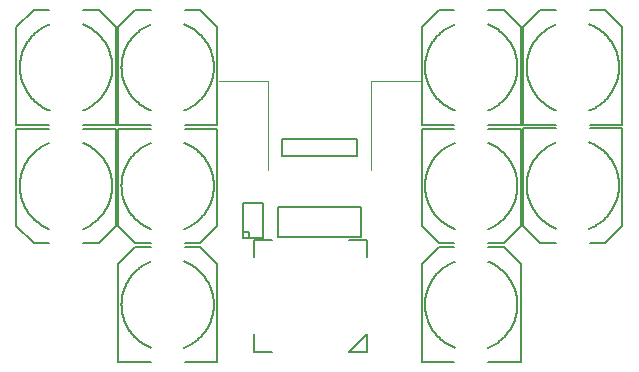
<source format=gbr>
G04 EAGLE Gerber RS-274X export*
G75*
%MOMM*%
%FSLAX34Y34*%
%LPD*%
%INSilkscreen Bottom*%
%IPPOS*%
%AMOC8*
5,1,8,0,0,1.08239X$1,22.5*%
G01*
%ADD10C,0.076200*%
%ADD11C,0.127000*%
%ADD12C,0.152400*%
%ADD13C,0.203200*%


D10*
X220409Y309245D02*
X261874Y309245D01*
X261874Y233934D01*
X349250Y309245D02*
X390716Y309245D01*
X349250Y309245D02*
X349250Y233934D01*
D11*
X345501Y95027D02*
X345501Y80027D01*
X330501Y80027D01*
X345501Y160027D02*
X345501Y175027D01*
X330501Y175027D01*
X265501Y175027D02*
X250501Y175027D01*
X250501Y160027D01*
X250501Y95027D02*
X250501Y80027D01*
X265501Y80027D01*
X330501Y80027D02*
X345501Y95027D01*
X257776Y176674D02*
X257776Y205674D01*
X240776Y205674D01*
X240776Y181674D01*
X240776Y176674D01*
X245776Y176674D01*
X257776Y176674D01*
X245776Y181674D02*
X240776Y181674D01*
X245776Y181674D02*
X245776Y176674D01*
D12*
X274033Y260406D02*
X337033Y260406D01*
X337033Y245406D02*
X274033Y245406D01*
X337033Y245406D02*
X337033Y260406D01*
X274033Y260406D02*
X274033Y245406D01*
X270096Y176914D02*
X341096Y176914D01*
X341096Y202914D02*
X270096Y202914D01*
X341096Y202914D02*
X341096Y176914D01*
X270096Y176914D02*
X270096Y202914D01*
D13*
X133059Y272302D02*
X133059Y354802D01*
X118559Y369302D02*
X105559Y369302D01*
X76559Y369302D02*
X63559Y369302D01*
X49059Y354802D02*
X49059Y272302D01*
X76559Y272302D01*
X105559Y272302D02*
X133059Y272302D01*
X133059Y354802D02*
X118559Y369302D01*
X63559Y369302D02*
X49059Y354802D01*
X105059Y357302D02*
X105943Y356951D01*
X106818Y356578D01*
X107684Y356184D01*
X108540Y355769D01*
X109386Y355333D01*
X110220Y354877D01*
X111044Y354401D01*
X111855Y353904D01*
X112655Y353389D01*
X113441Y352854D01*
X114214Y352299D01*
X114974Y351727D01*
X115719Y351136D01*
X116450Y350527D01*
X117166Y349900D01*
X117866Y349256D01*
X118551Y348595D01*
X119219Y347918D01*
X119870Y347225D01*
X120504Y346516D01*
X121121Y345792D01*
X121721Y345053D01*
X122302Y344300D01*
X122864Y343533D01*
X123408Y342752D01*
X123932Y341959D01*
X124437Y341153D01*
X124923Y340334D01*
X125388Y339505D01*
X125833Y338664D01*
X126257Y337813D01*
X126661Y336951D01*
X127043Y336080D01*
X127404Y335200D01*
X127744Y334311D01*
X128061Y333415D01*
X128357Y332511D01*
X128631Y331600D01*
X128883Y330682D01*
X129112Y329759D01*
X129319Y328830D01*
X129503Y327897D01*
X129664Y326960D01*
X129802Y326019D01*
X129918Y325074D01*
X130010Y324128D01*
X130080Y323179D01*
X130126Y322229D01*
X130149Y321278D01*
X130149Y320326D01*
X130126Y319375D01*
X130080Y318425D01*
X130010Y317476D01*
X129918Y316530D01*
X129802Y315585D01*
X129664Y314644D01*
X129503Y313707D01*
X129319Y312774D01*
X129112Y311845D01*
X128883Y310922D01*
X128631Y310004D01*
X128357Y309093D01*
X128061Y308189D01*
X127744Y307293D01*
X127404Y306404D01*
X127043Y305524D01*
X126661Y304653D01*
X126257Y303791D01*
X125833Y302940D01*
X125388Y302099D01*
X124923Y301270D01*
X124437Y300451D01*
X123932Y299645D01*
X123408Y298852D01*
X122864Y298071D01*
X122302Y297304D01*
X121721Y296551D01*
X121121Y295812D01*
X120504Y295088D01*
X119870Y294379D01*
X119219Y293686D01*
X118551Y293009D01*
X117866Y292348D01*
X117166Y291704D01*
X116450Y291077D01*
X115719Y290468D01*
X114974Y289877D01*
X114214Y289305D01*
X113441Y288750D01*
X112655Y288215D01*
X111855Y287700D01*
X111044Y287203D01*
X110220Y286727D01*
X109386Y286271D01*
X108540Y285835D01*
X107684Y285420D01*
X106818Y285026D01*
X105943Y284653D01*
X105059Y284302D01*
X77059Y284302D02*
X76175Y284653D01*
X75300Y285026D01*
X74434Y285420D01*
X73578Y285835D01*
X72732Y286271D01*
X71898Y286727D01*
X71074Y287203D01*
X70263Y287700D01*
X69463Y288215D01*
X68677Y288750D01*
X67904Y289305D01*
X67144Y289877D01*
X66399Y290468D01*
X65668Y291077D01*
X64952Y291704D01*
X64252Y292348D01*
X63567Y293009D01*
X62899Y293686D01*
X62248Y294379D01*
X61614Y295088D01*
X60997Y295812D01*
X60397Y296551D01*
X59816Y297304D01*
X59254Y298071D01*
X58710Y298852D01*
X58186Y299645D01*
X57681Y300451D01*
X57195Y301270D01*
X56730Y302099D01*
X56285Y302940D01*
X55861Y303791D01*
X55457Y304653D01*
X55075Y305524D01*
X54714Y306404D01*
X54374Y307293D01*
X54057Y308189D01*
X53761Y309093D01*
X53487Y310004D01*
X53235Y310922D01*
X53006Y311845D01*
X52799Y312774D01*
X52615Y313707D01*
X52454Y314644D01*
X52316Y315585D01*
X52200Y316530D01*
X52108Y317476D01*
X52038Y318425D01*
X51992Y319375D01*
X51969Y320326D01*
X51969Y321278D01*
X51992Y322229D01*
X52038Y323179D01*
X52108Y324128D01*
X52200Y325074D01*
X52316Y326019D01*
X52454Y326960D01*
X52615Y327897D01*
X52799Y328830D01*
X53006Y329759D01*
X53235Y330682D01*
X53487Y331600D01*
X53761Y332511D01*
X54057Y333415D01*
X54374Y334311D01*
X54714Y335200D01*
X55075Y336080D01*
X55457Y336951D01*
X55861Y337813D01*
X56285Y338664D01*
X56730Y339505D01*
X57195Y340334D01*
X57681Y341153D01*
X58186Y341959D01*
X58710Y342752D01*
X59254Y343533D01*
X59816Y344300D01*
X60397Y345053D01*
X60997Y345792D01*
X61614Y346516D01*
X62248Y347225D01*
X62899Y347918D01*
X63567Y348595D01*
X64252Y349256D01*
X64952Y349900D01*
X65668Y350527D01*
X66399Y351136D01*
X67144Y351727D01*
X67904Y352299D01*
X68677Y352854D01*
X69463Y353389D01*
X70263Y353904D01*
X71074Y354401D01*
X71898Y354877D01*
X72732Y355333D01*
X73578Y355769D01*
X74434Y356184D01*
X75300Y356578D01*
X76175Y356951D01*
X77059Y357302D01*
X562129Y354802D02*
X562129Y272302D01*
X547629Y369302D02*
X534629Y369302D01*
X505629Y369302D02*
X492629Y369302D01*
X478129Y354802D02*
X478129Y272302D01*
X505629Y272302D01*
X534629Y272302D02*
X562129Y272302D01*
X562129Y354802D02*
X547629Y369302D01*
X492629Y369302D02*
X478129Y354802D01*
X534128Y357302D02*
X535012Y356951D01*
X535887Y356578D01*
X536753Y356184D01*
X537609Y355769D01*
X538455Y355333D01*
X539289Y354877D01*
X540113Y354401D01*
X540924Y353904D01*
X541724Y353389D01*
X542510Y352854D01*
X543283Y352299D01*
X544043Y351727D01*
X544788Y351136D01*
X545519Y350527D01*
X546235Y349900D01*
X546935Y349256D01*
X547620Y348595D01*
X548288Y347918D01*
X548939Y347225D01*
X549573Y346516D01*
X550190Y345792D01*
X550790Y345053D01*
X551371Y344300D01*
X551933Y343533D01*
X552477Y342752D01*
X553001Y341959D01*
X553506Y341153D01*
X553992Y340334D01*
X554457Y339505D01*
X554902Y338664D01*
X555326Y337813D01*
X555730Y336951D01*
X556112Y336080D01*
X556473Y335200D01*
X556813Y334311D01*
X557130Y333415D01*
X557426Y332511D01*
X557700Y331600D01*
X557952Y330682D01*
X558181Y329759D01*
X558388Y328830D01*
X558572Y327897D01*
X558733Y326960D01*
X558871Y326019D01*
X558987Y325074D01*
X559079Y324128D01*
X559149Y323179D01*
X559195Y322229D01*
X559218Y321278D01*
X559218Y320326D01*
X559195Y319375D01*
X559149Y318425D01*
X559079Y317476D01*
X558987Y316530D01*
X558871Y315585D01*
X558733Y314644D01*
X558572Y313707D01*
X558388Y312774D01*
X558181Y311845D01*
X557952Y310922D01*
X557700Y310004D01*
X557426Y309093D01*
X557130Y308189D01*
X556813Y307293D01*
X556473Y306404D01*
X556112Y305524D01*
X555730Y304653D01*
X555326Y303791D01*
X554902Y302940D01*
X554457Y302099D01*
X553992Y301270D01*
X553506Y300451D01*
X553001Y299645D01*
X552477Y298852D01*
X551933Y298071D01*
X551371Y297304D01*
X550790Y296551D01*
X550190Y295812D01*
X549573Y295088D01*
X548939Y294379D01*
X548288Y293686D01*
X547620Y293009D01*
X546935Y292348D01*
X546235Y291704D01*
X545519Y291077D01*
X544788Y290468D01*
X544043Y289877D01*
X543283Y289305D01*
X542510Y288750D01*
X541724Y288215D01*
X540924Y287700D01*
X540113Y287203D01*
X539289Y286727D01*
X538455Y286271D01*
X537609Y285835D01*
X536753Y285420D01*
X535887Y285026D01*
X535012Y284653D01*
X534128Y284302D01*
X506129Y284302D02*
X505245Y284653D01*
X504370Y285026D01*
X503504Y285420D01*
X502648Y285835D01*
X501802Y286271D01*
X500968Y286727D01*
X500144Y287203D01*
X499333Y287700D01*
X498533Y288215D01*
X497747Y288750D01*
X496974Y289305D01*
X496214Y289877D01*
X495469Y290468D01*
X494738Y291077D01*
X494022Y291704D01*
X493322Y292348D01*
X492637Y293009D01*
X491969Y293686D01*
X491318Y294379D01*
X490684Y295088D01*
X490067Y295812D01*
X489467Y296551D01*
X488886Y297304D01*
X488324Y298071D01*
X487780Y298852D01*
X487256Y299645D01*
X486751Y300451D01*
X486265Y301270D01*
X485800Y302099D01*
X485355Y302940D01*
X484931Y303791D01*
X484527Y304653D01*
X484145Y305524D01*
X483784Y306404D01*
X483444Y307293D01*
X483127Y308189D01*
X482831Y309093D01*
X482557Y310004D01*
X482305Y310922D01*
X482076Y311845D01*
X481869Y312774D01*
X481685Y313707D01*
X481524Y314644D01*
X481386Y315585D01*
X481270Y316530D01*
X481178Y317476D01*
X481108Y318425D01*
X481062Y319375D01*
X481039Y320326D01*
X481039Y321278D01*
X481062Y322229D01*
X481108Y323179D01*
X481178Y324128D01*
X481270Y325074D01*
X481386Y326019D01*
X481524Y326960D01*
X481685Y327897D01*
X481869Y328830D01*
X482076Y329759D01*
X482305Y330682D01*
X482557Y331600D01*
X482831Y332511D01*
X483127Y333415D01*
X483444Y334311D01*
X483784Y335200D01*
X484145Y336080D01*
X484527Y336951D01*
X484931Y337813D01*
X485355Y338664D01*
X485800Y339505D01*
X486265Y340334D01*
X486751Y341153D01*
X487256Y341959D01*
X487780Y342752D01*
X488324Y343533D01*
X488886Y344300D01*
X489467Y345053D01*
X490067Y345792D01*
X490684Y346516D01*
X491318Y347225D01*
X491969Y347918D01*
X492637Y348595D01*
X493322Y349256D01*
X494022Y349900D01*
X494738Y350527D01*
X495469Y351136D01*
X496214Y351727D01*
X496974Y352299D01*
X497747Y352854D01*
X498533Y353389D01*
X499333Y353904D01*
X500144Y354401D01*
X500968Y354877D01*
X501802Y355333D01*
X502648Y355769D01*
X503504Y356184D01*
X504370Y356578D01*
X505245Y356951D01*
X506129Y357302D01*
X219038Y354802D02*
X219038Y272302D01*
X204538Y369302D02*
X191538Y369302D01*
X162538Y369302D02*
X149538Y369302D01*
X135038Y354802D02*
X135038Y272302D01*
X162538Y272302D01*
X191538Y272302D02*
X219038Y272302D01*
X219038Y354802D02*
X204538Y369302D01*
X149538Y369302D02*
X135038Y354802D01*
X191038Y357302D02*
X191922Y356951D01*
X192797Y356578D01*
X193663Y356184D01*
X194519Y355769D01*
X195365Y355333D01*
X196199Y354877D01*
X197023Y354401D01*
X197834Y353904D01*
X198634Y353389D01*
X199420Y352854D01*
X200193Y352299D01*
X200953Y351727D01*
X201698Y351136D01*
X202429Y350527D01*
X203145Y349900D01*
X203845Y349256D01*
X204530Y348595D01*
X205198Y347918D01*
X205849Y347225D01*
X206483Y346516D01*
X207100Y345792D01*
X207700Y345053D01*
X208281Y344300D01*
X208843Y343533D01*
X209387Y342752D01*
X209911Y341959D01*
X210416Y341153D01*
X210902Y340334D01*
X211367Y339505D01*
X211812Y338664D01*
X212236Y337813D01*
X212640Y336951D01*
X213022Y336080D01*
X213383Y335200D01*
X213723Y334311D01*
X214040Y333415D01*
X214336Y332511D01*
X214610Y331600D01*
X214862Y330682D01*
X215091Y329759D01*
X215298Y328830D01*
X215482Y327897D01*
X215643Y326960D01*
X215781Y326019D01*
X215897Y325074D01*
X215989Y324128D01*
X216059Y323179D01*
X216105Y322229D01*
X216128Y321278D01*
X216128Y320326D01*
X216105Y319375D01*
X216059Y318425D01*
X215989Y317476D01*
X215897Y316530D01*
X215781Y315585D01*
X215643Y314644D01*
X215482Y313707D01*
X215298Y312774D01*
X215091Y311845D01*
X214862Y310922D01*
X214610Y310004D01*
X214336Y309093D01*
X214040Y308189D01*
X213723Y307293D01*
X213383Y306404D01*
X213022Y305524D01*
X212640Y304653D01*
X212236Y303791D01*
X211812Y302940D01*
X211367Y302099D01*
X210902Y301270D01*
X210416Y300451D01*
X209911Y299645D01*
X209387Y298852D01*
X208843Y298071D01*
X208281Y297304D01*
X207700Y296551D01*
X207100Y295812D01*
X206483Y295088D01*
X205849Y294379D01*
X205198Y293686D01*
X204530Y293009D01*
X203845Y292348D01*
X203145Y291704D01*
X202429Y291077D01*
X201698Y290468D01*
X200953Y289877D01*
X200193Y289305D01*
X199420Y288750D01*
X198634Y288215D01*
X197834Y287700D01*
X197023Y287203D01*
X196199Y286727D01*
X195365Y286271D01*
X194519Y285835D01*
X193663Y285420D01*
X192797Y285026D01*
X191922Y284653D01*
X191038Y284302D01*
X163038Y284302D02*
X162154Y284653D01*
X161279Y285026D01*
X160413Y285420D01*
X159557Y285835D01*
X158711Y286271D01*
X157877Y286727D01*
X157053Y287203D01*
X156242Y287700D01*
X155442Y288215D01*
X154656Y288750D01*
X153883Y289305D01*
X153123Y289877D01*
X152378Y290468D01*
X151647Y291077D01*
X150931Y291704D01*
X150231Y292348D01*
X149546Y293009D01*
X148878Y293686D01*
X148227Y294379D01*
X147593Y295088D01*
X146976Y295812D01*
X146376Y296551D01*
X145795Y297304D01*
X145233Y298071D01*
X144689Y298852D01*
X144165Y299645D01*
X143660Y300451D01*
X143174Y301270D01*
X142709Y302099D01*
X142264Y302940D01*
X141840Y303791D01*
X141436Y304653D01*
X141054Y305524D01*
X140693Y306404D01*
X140353Y307293D01*
X140036Y308189D01*
X139740Y309093D01*
X139466Y310004D01*
X139214Y310922D01*
X138985Y311845D01*
X138778Y312774D01*
X138594Y313707D01*
X138433Y314644D01*
X138295Y315585D01*
X138179Y316530D01*
X138087Y317476D01*
X138017Y318425D01*
X137971Y319375D01*
X137948Y320326D01*
X137948Y321278D01*
X137971Y322229D01*
X138017Y323179D01*
X138087Y324128D01*
X138179Y325074D01*
X138295Y326019D01*
X138433Y326960D01*
X138594Y327897D01*
X138778Y328830D01*
X138985Y329759D01*
X139214Y330682D01*
X139466Y331600D01*
X139740Y332511D01*
X140036Y333415D01*
X140353Y334311D01*
X140693Y335200D01*
X141054Y336080D01*
X141436Y336951D01*
X141840Y337813D01*
X142264Y338664D01*
X142709Y339505D01*
X143174Y340334D01*
X143660Y341153D01*
X144165Y341959D01*
X144689Y342752D01*
X145233Y343533D01*
X145795Y344300D01*
X146376Y345053D01*
X146976Y345792D01*
X147593Y346516D01*
X148227Y347225D01*
X148878Y347918D01*
X149546Y348595D01*
X150231Y349256D01*
X150931Y349900D01*
X151647Y350527D01*
X152378Y351136D01*
X153123Y351727D01*
X153883Y352299D01*
X154656Y352854D01*
X155442Y353389D01*
X156242Y353904D01*
X157053Y354401D01*
X157877Y354877D01*
X158711Y355333D01*
X159557Y355769D01*
X160413Y356184D01*
X161279Y356578D01*
X162154Y356951D01*
X163038Y357302D01*
X476086Y354802D02*
X476086Y272302D01*
X461586Y369302D02*
X448586Y369302D01*
X419586Y369302D02*
X406586Y369302D01*
X392086Y354802D02*
X392086Y272302D01*
X419586Y272302D01*
X448586Y272302D02*
X476086Y272302D01*
X476086Y354802D02*
X461586Y369302D01*
X406586Y369302D02*
X392086Y354802D01*
X448086Y357302D02*
X448970Y356951D01*
X449845Y356578D01*
X450711Y356184D01*
X451567Y355769D01*
X452413Y355333D01*
X453247Y354877D01*
X454071Y354401D01*
X454882Y353904D01*
X455682Y353389D01*
X456468Y352854D01*
X457241Y352299D01*
X458001Y351727D01*
X458746Y351136D01*
X459477Y350527D01*
X460193Y349900D01*
X460893Y349256D01*
X461578Y348595D01*
X462246Y347918D01*
X462897Y347225D01*
X463531Y346516D01*
X464148Y345792D01*
X464748Y345053D01*
X465329Y344300D01*
X465891Y343533D01*
X466435Y342752D01*
X466959Y341959D01*
X467464Y341153D01*
X467950Y340334D01*
X468415Y339505D01*
X468860Y338664D01*
X469284Y337813D01*
X469688Y336951D01*
X470070Y336080D01*
X470431Y335200D01*
X470771Y334311D01*
X471088Y333415D01*
X471384Y332511D01*
X471658Y331600D01*
X471910Y330682D01*
X472139Y329759D01*
X472346Y328830D01*
X472530Y327897D01*
X472691Y326960D01*
X472829Y326019D01*
X472945Y325074D01*
X473037Y324128D01*
X473107Y323179D01*
X473153Y322229D01*
X473176Y321278D01*
X473176Y320326D01*
X473153Y319375D01*
X473107Y318425D01*
X473037Y317476D01*
X472945Y316530D01*
X472829Y315585D01*
X472691Y314644D01*
X472530Y313707D01*
X472346Y312774D01*
X472139Y311845D01*
X471910Y310922D01*
X471658Y310004D01*
X471384Y309093D01*
X471088Y308189D01*
X470771Y307293D01*
X470431Y306404D01*
X470070Y305524D01*
X469688Y304653D01*
X469284Y303791D01*
X468860Y302940D01*
X468415Y302099D01*
X467950Y301270D01*
X467464Y300451D01*
X466959Y299645D01*
X466435Y298852D01*
X465891Y298071D01*
X465329Y297304D01*
X464748Y296551D01*
X464148Y295812D01*
X463531Y295088D01*
X462897Y294379D01*
X462246Y293686D01*
X461578Y293009D01*
X460893Y292348D01*
X460193Y291704D01*
X459477Y291077D01*
X458746Y290468D01*
X458001Y289877D01*
X457241Y289305D01*
X456468Y288750D01*
X455682Y288215D01*
X454882Y287700D01*
X454071Y287203D01*
X453247Y286727D01*
X452413Y286271D01*
X451567Y285835D01*
X450711Y285420D01*
X449845Y285026D01*
X448970Y284653D01*
X448086Y284302D01*
X420086Y284302D02*
X419202Y284653D01*
X418327Y285026D01*
X417461Y285420D01*
X416605Y285835D01*
X415759Y286271D01*
X414925Y286727D01*
X414101Y287203D01*
X413290Y287700D01*
X412490Y288215D01*
X411704Y288750D01*
X410931Y289305D01*
X410171Y289877D01*
X409426Y290468D01*
X408695Y291077D01*
X407979Y291704D01*
X407279Y292348D01*
X406594Y293009D01*
X405926Y293686D01*
X405275Y294379D01*
X404641Y295088D01*
X404024Y295812D01*
X403424Y296551D01*
X402843Y297304D01*
X402281Y298071D01*
X401737Y298852D01*
X401213Y299645D01*
X400708Y300451D01*
X400222Y301270D01*
X399757Y302099D01*
X399312Y302940D01*
X398888Y303791D01*
X398484Y304653D01*
X398102Y305524D01*
X397741Y306404D01*
X397401Y307293D01*
X397084Y308189D01*
X396788Y309093D01*
X396514Y310004D01*
X396262Y310922D01*
X396033Y311845D01*
X395826Y312774D01*
X395642Y313707D01*
X395481Y314644D01*
X395343Y315585D01*
X395227Y316530D01*
X395135Y317476D01*
X395065Y318425D01*
X395019Y319375D01*
X394996Y320326D01*
X394996Y321278D01*
X395019Y322229D01*
X395065Y323179D01*
X395135Y324128D01*
X395227Y325074D01*
X395343Y326019D01*
X395481Y326960D01*
X395642Y327897D01*
X395826Y328830D01*
X396033Y329759D01*
X396262Y330682D01*
X396514Y331600D01*
X396788Y332511D01*
X397084Y333415D01*
X397401Y334311D01*
X397741Y335200D01*
X398102Y336080D01*
X398484Y336951D01*
X398888Y337813D01*
X399312Y338664D01*
X399757Y339505D01*
X400222Y340334D01*
X400708Y341153D01*
X401213Y341959D01*
X401737Y342752D01*
X402281Y343533D01*
X402843Y344300D01*
X403424Y345053D01*
X404024Y345792D01*
X404641Y346516D01*
X405275Y347225D01*
X405926Y347918D01*
X406594Y348595D01*
X407279Y349256D01*
X407979Y349900D01*
X408695Y350527D01*
X409426Y351136D01*
X410171Y351727D01*
X410931Y352299D01*
X411704Y352854D01*
X412490Y353389D01*
X413290Y353904D01*
X414101Y354401D01*
X414925Y354877D01*
X415759Y355333D01*
X416605Y355769D01*
X417461Y356184D01*
X418327Y356578D01*
X419202Y356951D01*
X420086Y357302D01*
X135038Y268909D02*
X135038Y186409D01*
X149538Y171909D02*
X162538Y171909D01*
X191538Y171909D02*
X204538Y171909D01*
X219038Y186409D02*
X219038Y268909D01*
X191538Y268909D01*
X162538Y268909D02*
X135038Y268909D01*
X135038Y186409D02*
X149538Y171909D01*
X204538Y171909D02*
X219038Y186409D01*
X163038Y183909D02*
X162154Y184260D01*
X161279Y184633D01*
X160413Y185027D01*
X159557Y185442D01*
X158711Y185878D01*
X157877Y186334D01*
X157053Y186810D01*
X156242Y187307D01*
X155442Y187822D01*
X154656Y188357D01*
X153883Y188912D01*
X153123Y189484D01*
X152378Y190075D01*
X151647Y190684D01*
X150931Y191311D01*
X150231Y191955D01*
X149546Y192616D01*
X148878Y193293D01*
X148227Y193986D01*
X147593Y194695D01*
X146976Y195419D01*
X146376Y196158D01*
X145795Y196911D01*
X145233Y197678D01*
X144689Y198459D01*
X144165Y199252D01*
X143660Y200058D01*
X143174Y200877D01*
X142709Y201706D01*
X142264Y202547D01*
X141840Y203398D01*
X141436Y204260D01*
X141054Y205131D01*
X140693Y206011D01*
X140353Y206900D01*
X140036Y207796D01*
X139740Y208700D01*
X139466Y209611D01*
X139214Y210529D01*
X138985Y211452D01*
X138778Y212381D01*
X138594Y213314D01*
X138433Y214251D01*
X138295Y215192D01*
X138179Y216137D01*
X138087Y217083D01*
X138017Y218032D01*
X137971Y218982D01*
X137948Y219933D01*
X137948Y220885D01*
X137971Y221836D01*
X138017Y222786D01*
X138087Y223735D01*
X138179Y224681D01*
X138295Y225626D01*
X138433Y226567D01*
X138594Y227504D01*
X138778Y228437D01*
X138985Y229366D01*
X139214Y230289D01*
X139466Y231207D01*
X139740Y232118D01*
X140036Y233022D01*
X140353Y233918D01*
X140693Y234807D01*
X141054Y235687D01*
X141436Y236558D01*
X141840Y237420D01*
X142264Y238271D01*
X142709Y239112D01*
X143174Y239941D01*
X143660Y240760D01*
X144165Y241566D01*
X144689Y242359D01*
X145233Y243140D01*
X145795Y243907D01*
X146376Y244660D01*
X146976Y245399D01*
X147593Y246123D01*
X148227Y246832D01*
X148878Y247525D01*
X149546Y248202D01*
X150231Y248863D01*
X150931Y249507D01*
X151647Y250134D01*
X152378Y250743D01*
X153123Y251334D01*
X153883Y251906D01*
X154656Y252461D01*
X155442Y252996D01*
X156242Y253511D01*
X157053Y254008D01*
X157877Y254484D01*
X158711Y254940D01*
X159557Y255376D01*
X160413Y255791D01*
X161279Y256185D01*
X162154Y256558D01*
X163038Y256909D01*
X191038Y256909D02*
X191922Y256558D01*
X192797Y256185D01*
X193663Y255791D01*
X194519Y255376D01*
X195365Y254940D01*
X196199Y254484D01*
X197023Y254008D01*
X197834Y253511D01*
X198634Y252996D01*
X199420Y252461D01*
X200193Y251906D01*
X200953Y251334D01*
X201698Y250743D01*
X202429Y250134D01*
X203145Y249507D01*
X203845Y248863D01*
X204530Y248202D01*
X205198Y247525D01*
X205849Y246832D01*
X206483Y246123D01*
X207100Y245399D01*
X207700Y244660D01*
X208281Y243907D01*
X208843Y243140D01*
X209387Y242359D01*
X209911Y241566D01*
X210416Y240760D01*
X210902Y239941D01*
X211367Y239112D01*
X211812Y238271D01*
X212236Y237420D01*
X212640Y236558D01*
X213022Y235687D01*
X213383Y234807D01*
X213723Y233918D01*
X214040Y233022D01*
X214336Y232118D01*
X214610Y231207D01*
X214862Y230289D01*
X215091Y229366D01*
X215298Y228437D01*
X215482Y227504D01*
X215643Y226567D01*
X215781Y225626D01*
X215897Y224681D01*
X215989Y223735D01*
X216059Y222786D01*
X216105Y221836D01*
X216128Y220885D01*
X216128Y219933D01*
X216105Y218982D01*
X216059Y218032D01*
X215989Y217083D01*
X215897Y216137D01*
X215781Y215192D01*
X215643Y214251D01*
X215482Y213314D01*
X215298Y212381D01*
X215091Y211452D01*
X214862Y210529D01*
X214610Y209611D01*
X214336Y208700D01*
X214040Y207796D01*
X213723Y206900D01*
X213383Y206011D01*
X213022Y205131D01*
X212640Y204260D01*
X212236Y203398D01*
X211812Y202547D01*
X211367Y201706D01*
X210902Y200877D01*
X210416Y200058D01*
X209911Y199252D01*
X209387Y198459D01*
X208843Y197678D01*
X208281Y196911D01*
X207700Y196158D01*
X207100Y195419D01*
X206483Y194695D01*
X205849Y193986D01*
X205198Y193293D01*
X204530Y192616D01*
X203845Y191955D01*
X203145Y191311D01*
X202429Y190684D01*
X201698Y190075D01*
X200953Y189484D01*
X200193Y188912D01*
X199420Y188357D01*
X198634Y187822D01*
X197834Y187307D01*
X197023Y186810D01*
X196199Y186334D01*
X195365Y185878D01*
X194519Y185442D01*
X193663Y185027D01*
X192797Y184633D01*
X191922Y184260D01*
X191038Y183909D01*
X392086Y186409D02*
X392086Y268909D01*
X406586Y171909D02*
X419586Y171909D01*
X448586Y171909D02*
X461586Y171909D01*
X476086Y186409D02*
X476086Y268909D01*
X448586Y268909D01*
X419586Y268909D02*
X392086Y268909D01*
X392086Y186409D02*
X406586Y171909D01*
X461586Y171909D02*
X476086Y186409D01*
X420086Y183909D02*
X419202Y184260D01*
X418327Y184633D01*
X417461Y185027D01*
X416605Y185442D01*
X415759Y185878D01*
X414925Y186334D01*
X414101Y186810D01*
X413290Y187307D01*
X412490Y187822D01*
X411704Y188357D01*
X410931Y188912D01*
X410171Y189484D01*
X409426Y190075D01*
X408695Y190684D01*
X407979Y191311D01*
X407279Y191955D01*
X406594Y192616D01*
X405926Y193293D01*
X405275Y193986D01*
X404641Y194695D01*
X404024Y195419D01*
X403424Y196158D01*
X402843Y196911D01*
X402281Y197678D01*
X401737Y198459D01*
X401213Y199252D01*
X400708Y200058D01*
X400222Y200877D01*
X399757Y201706D01*
X399312Y202547D01*
X398888Y203398D01*
X398484Y204260D01*
X398102Y205131D01*
X397741Y206011D01*
X397401Y206900D01*
X397084Y207796D01*
X396788Y208700D01*
X396514Y209611D01*
X396262Y210529D01*
X396033Y211452D01*
X395826Y212381D01*
X395642Y213314D01*
X395481Y214251D01*
X395343Y215192D01*
X395227Y216137D01*
X395135Y217083D01*
X395065Y218032D01*
X395019Y218982D01*
X394996Y219933D01*
X394996Y220885D01*
X395019Y221836D01*
X395065Y222786D01*
X395135Y223735D01*
X395227Y224681D01*
X395343Y225626D01*
X395481Y226567D01*
X395642Y227504D01*
X395826Y228437D01*
X396033Y229366D01*
X396262Y230289D01*
X396514Y231207D01*
X396788Y232118D01*
X397084Y233022D01*
X397401Y233918D01*
X397741Y234807D01*
X398102Y235687D01*
X398484Y236558D01*
X398888Y237420D01*
X399312Y238271D01*
X399757Y239112D01*
X400222Y239941D01*
X400708Y240760D01*
X401213Y241566D01*
X401737Y242359D01*
X402281Y243140D01*
X402843Y243907D01*
X403424Y244660D01*
X404024Y245399D01*
X404641Y246123D01*
X405275Y246832D01*
X405926Y247525D01*
X406594Y248202D01*
X407279Y248863D01*
X407979Y249507D01*
X408695Y250134D01*
X409426Y250743D01*
X410171Y251334D01*
X410931Y251906D01*
X411704Y252461D01*
X412490Y252996D01*
X413290Y253511D01*
X414101Y254008D01*
X414925Y254484D01*
X415759Y254940D01*
X416605Y255376D01*
X417461Y255791D01*
X418327Y256185D01*
X419202Y256558D01*
X420086Y256909D01*
X448086Y256909D02*
X448970Y256558D01*
X449845Y256185D01*
X450711Y255791D01*
X451567Y255376D01*
X452413Y254940D01*
X453247Y254484D01*
X454071Y254008D01*
X454882Y253511D01*
X455682Y252996D01*
X456468Y252461D01*
X457241Y251906D01*
X458001Y251334D01*
X458746Y250743D01*
X459477Y250134D01*
X460193Y249507D01*
X460893Y248863D01*
X461578Y248202D01*
X462246Y247525D01*
X462897Y246832D01*
X463531Y246123D01*
X464148Y245399D01*
X464748Y244660D01*
X465329Y243907D01*
X465891Y243140D01*
X466435Y242359D01*
X466959Y241566D01*
X467464Y240760D01*
X467950Y239941D01*
X468415Y239112D01*
X468860Y238271D01*
X469284Y237420D01*
X469688Y236558D01*
X470070Y235687D01*
X470431Y234807D01*
X470771Y233918D01*
X471088Y233022D01*
X471384Y232118D01*
X471658Y231207D01*
X471910Y230289D01*
X472139Y229366D01*
X472346Y228437D01*
X472530Y227504D01*
X472691Y226567D01*
X472829Y225626D01*
X472945Y224681D01*
X473037Y223735D01*
X473107Y222786D01*
X473153Y221836D01*
X473176Y220885D01*
X473176Y219933D01*
X473153Y218982D01*
X473107Y218032D01*
X473037Y217083D01*
X472945Y216137D01*
X472829Y215192D01*
X472691Y214251D01*
X472530Y213314D01*
X472346Y212381D01*
X472139Y211452D01*
X471910Y210529D01*
X471658Y209611D01*
X471384Y208700D01*
X471088Y207796D01*
X470771Y206900D01*
X470431Y206011D01*
X470070Y205131D01*
X469688Y204260D01*
X469284Y203398D01*
X468860Y202547D01*
X468415Y201706D01*
X467950Y200877D01*
X467464Y200058D01*
X466959Y199252D01*
X466435Y198459D01*
X465891Y197678D01*
X465329Y196911D01*
X464748Y196158D01*
X464148Y195419D01*
X463531Y194695D01*
X462897Y193986D01*
X462246Y193293D01*
X461578Y192616D01*
X460893Y191955D01*
X460193Y191311D01*
X459477Y190684D01*
X458746Y190075D01*
X458001Y189484D01*
X457241Y188912D01*
X456468Y188357D01*
X455682Y187822D01*
X454882Y187307D01*
X454071Y186810D01*
X453247Y186334D01*
X452413Y185878D01*
X451567Y185442D01*
X450711Y185027D01*
X449845Y184633D01*
X448970Y184260D01*
X448086Y183909D01*
X476086Y153888D02*
X476086Y71388D01*
X461586Y168388D02*
X448586Y168388D01*
X419586Y168388D02*
X406586Y168388D01*
X392086Y153888D02*
X392086Y71388D01*
X419586Y71388D01*
X448586Y71388D02*
X476086Y71388D01*
X476086Y153888D02*
X461586Y168388D01*
X406586Y168388D02*
X392086Y153888D01*
X448086Y156388D02*
X448970Y156037D01*
X449845Y155664D01*
X450711Y155270D01*
X451567Y154855D01*
X452413Y154419D01*
X453247Y153963D01*
X454071Y153487D01*
X454882Y152990D01*
X455682Y152475D01*
X456468Y151940D01*
X457241Y151385D01*
X458001Y150813D01*
X458746Y150222D01*
X459477Y149613D01*
X460193Y148986D01*
X460893Y148342D01*
X461578Y147681D01*
X462246Y147004D01*
X462897Y146311D01*
X463531Y145602D01*
X464148Y144878D01*
X464748Y144139D01*
X465329Y143386D01*
X465891Y142619D01*
X466435Y141838D01*
X466959Y141045D01*
X467464Y140239D01*
X467950Y139420D01*
X468415Y138591D01*
X468860Y137750D01*
X469284Y136899D01*
X469688Y136037D01*
X470070Y135166D01*
X470431Y134286D01*
X470771Y133397D01*
X471088Y132501D01*
X471384Y131597D01*
X471658Y130686D01*
X471910Y129768D01*
X472139Y128845D01*
X472346Y127916D01*
X472530Y126983D01*
X472691Y126046D01*
X472829Y125105D01*
X472945Y124160D01*
X473037Y123214D01*
X473107Y122265D01*
X473153Y121315D01*
X473176Y120364D01*
X473176Y119412D01*
X473153Y118461D01*
X473107Y117511D01*
X473037Y116562D01*
X472945Y115616D01*
X472829Y114671D01*
X472691Y113730D01*
X472530Y112793D01*
X472346Y111860D01*
X472139Y110931D01*
X471910Y110008D01*
X471658Y109090D01*
X471384Y108179D01*
X471088Y107275D01*
X470771Y106379D01*
X470431Y105490D01*
X470070Y104610D01*
X469688Y103739D01*
X469284Y102877D01*
X468860Y102026D01*
X468415Y101185D01*
X467950Y100356D01*
X467464Y99537D01*
X466959Y98731D01*
X466435Y97938D01*
X465891Y97157D01*
X465329Y96390D01*
X464748Y95637D01*
X464148Y94898D01*
X463531Y94174D01*
X462897Y93465D01*
X462246Y92772D01*
X461578Y92095D01*
X460893Y91434D01*
X460193Y90790D01*
X459477Y90163D01*
X458746Y89554D01*
X458001Y88963D01*
X457241Y88391D01*
X456468Y87836D01*
X455682Y87301D01*
X454882Y86786D01*
X454071Y86289D01*
X453247Y85813D01*
X452413Y85357D01*
X451567Y84921D01*
X450711Y84506D01*
X449845Y84112D01*
X448970Y83739D01*
X448086Y83388D01*
X420086Y83388D02*
X419202Y83739D01*
X418327Y84112D01*
X417461Y84506D01*
X416605Y84921D01*
X415759Y85357D01*
X414925Y85813D01*
X414101Y86289D01*
X413290Y86786D01*
X412490Y87301D01*
X411704Y87836D01*
X410931Y88391D01*
X410171Y88963D01*
X409426Y89554D01*
X408695Y90163D01*
X407979Y90790D01*
X407279Y91434D01*
X406594Y92095D01*
X405926Y92772D01*
X405275Y93465D01*
X404641Y94174D01*
X404024Y94898D01*
X403424Y95637D01*
X402843Y96390D01*
X402281Y97157D01*
X401737Y97938D01*
X401213Y98731D01*
X400708Y99537D01*
X400222Y100356D01*
X399757Y101185D01*
X399312Y102026D01*
X398888Y102877D01*
X398484Y103739D01*
X398102Y104610D01*
X397741Y105490D01*
X397401Y106379D01*
X397084Y107275D01*
X396788Y108179D01*
X396514Y109090D01*
X396262Y110008D01*
X396033Y110931D01*
X395826Y111860D01*
X395642Y112793D01*
X395481Y113730D01*
X395343Y114671D01*
X395227Y115616D01*
X395135Y116562D01*
X395065Y117511D01*
X395019Y118461D01*
X394996Y119412D01*
X394996Y120364D01*
X395019Y121315D01*
X395065Y122265D01*
X395135Y123214D01*
X395227Y124160D01*
X395343Y125105D01*
X395481Y126046D01*
X395642Y126983D01*
X395826Y127916D01*
X396033Y128845D01*
X396262Y129768D01*
X396514Y130686D01*
X396788Y131597D01*
X397084Y132501D01*
X397401Y133397D01*
X397741Y134286D01*
X398102Y135166D01*
X398484Y136037D01*
X398888Y136899D01*
X399312Y137750D01*
X399757Y138591D01*
X400222Y139420D01*
X400708Y140239D01*
X401213Y141045D01*
X401737Y141838D01*
X402281Y142619D01*
X402843Y143386D01*
X403424Y144139D01*
X404024Y144878D01*
X404641Y145602D01*
X405275Y146311D01*
X405926Y147004D01*
X406594Y147681D01*
X407279Y148342D01*
X407979Y148986D01*
X408695Y149613D01*
X409426Y150222D01*
X410171Y150813D01*
X410931Y151385D01*
X411704Y151940D01*
X412490Y152475D01*
X413290Y152990D01*
X414101Y153487D01*
X414925Y153963D01*
X415759Y154419D01*
X416605Y154855D01*
X417461Y155270D01*
X418327Y155664D01*
X419202Y156037D01*
X420086Y156388D01*
X478129Y186853D02*
X478129Y269353D01*
X492629Y172353D02*
X505629Y172353D01*
X534629Y172353D02*
X547629Y172353D01*
X562129Y186853D02*
X562129Y269353D01*
X534629Y269353D01*
X505629Y269353D02*
X478129Y269353D01*
X478129Y186853D02*
X492629Y172353D01*
X547629Y172353D02*
X562129Y186853D01*
X506129Y184353D02*
X505245Y184704D01*
X504370Y185077D01*
X503504Y185471D01*
X502648Y185886D01*
X501802Y186322D01*
X500968Y186778D01*
X500144Y187254D01*
X499333Y187751D01*
X498533Y188266D01*
X497747Y188801D01*
X496974Y189356D01*
X496214Y189928D01*
X495469Y190519D01*
X494738Y191128D01*
X494022Y191755D01*
X493322Y192399D01*
X492637Y193060D01*
X491969Y193737D01*
X491318Y194430D01*
X490684Y195139D01*
X490067Y195863D01*
X489467Y196602D01*
X488886Y197355D01*
X488324Y198122D01*
X487780Y198903D01*
X487256Y199696D01*
X486751Y200502D01*
X486265Y201321D01*
X485800Y202150D01*
X485355Y202991D01*
X484931Y203842D01*
X484527Y204704D01*
X484145Y205575D01*
X483784Y206455D01*
X483444Y207344D01*
X483127Y208240D01*
X482831Y209144D01*
X482557Y210055D01*
X482305Y210973D01*
X482076Y211896D01*
X481869Y212825D01*
X481685Y213758D01*
X481524Y214695D01*
X481386Y215636D01*
X481270Y216581D01*
X481178Y217527D01*
X481108Y218476D01*
X481062Y219426D01*
X481039Y220377D01*
X481039Y221329D01*
X481062Y222280D01*
X481108Y223230D01*
X481178Y224179D01*
X481270Y225125D01*
X481386Y226070D01*
X481524Y227011D01*
X481685Y227948D01*
X481869Y228881D01*
X482076Y229810D01*
X482305Y230733D01*
X482557Y231651D01*
X482831Y232562D01*
X483127Y233466D01*
X483444Y234362D01*
X483784Y235251D01*
X484145Y236131D01*
X484527Y237002D01*
X484931Y237864D01*
X485355Y238715D01*
X485800Y239556D01*
X486265Y240385D01*
X486751Y241204D01*
X487256Y242010D01*
X487780Y242803D01*
X488324Y243584D01*
X488886Y244351D01*
X489467Y245104D01*
X490067Y245843D01*
X490684Y246567D01*
X491318Y247276D01*
X491969Y247969D01*
X492637Y248646D01*
X493322Y249307D01*
X494022Y249951D01*
X494738Y250578D01*
X495469Y251187D01*
X496214Y251778D01*
X496974Y252350D01*
X497747Y252905D01*
X498533Y253440D01*
X499333Y253955D01*
X500144Y254452D01*
X500968Y254928D01*
X501802Y255384D01*
X502648Y255820D01*
X503504Y256235D01*
X504370Y256629D01*
X505245Y257002D01*
X506129Y257353D01*
X534128Y257353D02*
X535012Y257002D01*
X535887Y256629D01*
X536753Y256235D01*
X537609Y255820D01*
X538455Y255384D01*
X539289Y254928D01*
X540113Y254452D01*
X540924Y253955D01*
X541724Y253440D01*
X542510Y252905D01*
X543283Y252350D01*
X544043Y251778D01*
X544788Y251187D01*
X545519Y250578D01*
X546235Y249951D01*
X546935Y249307D01*
X547620Y248646D01*
X548288Y247969D01*
X548939Y247276D01*
X549573Y246567D01*
X550190Y245843D01*
X550790Y245104D01*
X551371Y244351D01*
X551933Y243584D01*
X552477Y242803D01*
X553001Y242010D01*
X553506Y241204D01*
X553992Y240385D01*
X554457Y239556D01*
X554902Y238715D01*
X555326Y237864D01*
X555730Y237002D01*
X556112Y236131D01*
X556473Y235251D01*
X556813Y234362D01*
X557130Y233466D01*
X557426Y232562D01*
X557700Y231651D01*
X557952Y230733D01*
X558181Y229810D01*
X558388Y228881D01*
X558572Y227948D01*
X558733Y227011D01*
X558871Y226070D01*
X558987Y225125D01*
X559079Y224179D01*
X559149Y223230D01*
X559195Y222280D01*
X559218Y221329D01*
X559218Y220377D01*
X559195Y219426D01*
X559149Y218476D01*
X559079Y217527D01*
X558987Y216581D01*
X558871Y215636D01*
X558733Y214695D01*
X558572Y213758D01*
X558388Y212825D01*
X558181Y211896D01*
X557952Y210973D01*
X557700Y210055D01*
X557426Y209144D01*
X557130Y208240D01*
X556813Y207344D01*
X556473Y206455D01*
X556112Y205575D01*
X555730Y204704D01*
X555326Y203842D01*
X554902Y202991D01*
X554457Y202150D01*
X553992Y201321D01*
X553506Y200502D01*
X553001Y199696D01*
X552477Y198903D01*
X551933Y198122D01*
X551371Y197355D01*
X550790Y196602D01*
X550190Y195863D01*
X549573Y195139D01*
X548939Y194430D01*
X548288Y193737D01*
X547620Y193060D01*
X546935Y192399D01*
X546235Y191755D01*
X545519Y191128D01*
X544788Y190519D01*
X544043Y189928D01*
X543283Y189356D01*
X542510Y188801D01*
X541724Y188266D01*
X540924Y187751D01*
X540113Y187254D01*
X539289Y186778D01*
X538455Y186322D01*
X537609Y185886D01*
X536753Y185471D01*
X535887Y185077D01*
X535012Y184704D01*
X534128Y184353D01*
X48996Y186409D02*
X48996Y268909D01*
X63496Y171909D02*
X76496Y171909D01*
X105496Y171909D02*
X118496Y171909D01*
X132996Y186409D02*
X132996Y268909D01*
X105496Y268909D01*
X76496Y268909D02*
X48996Y268909D01*
X48996Y186409D02*
X63496Y171909D01*
X118496Y171909D02*
X132996Y186409D01*
X76996Y183909D02*
X76112Y184260D01*
X75237Y184633D01*
X74371Y185027D01*
X73515Y185442D01*
X72669Y185878D01*
X71835Y186334D01*
X71011Y186810D01*
X70200Y187307D01*
X69400Y187822D01*
X68614Y188357D01*
X67841Y188912D01*
X67081Y189484D01*
X66336Y190075D01*
X65605Y190684D01*
X64889Y191311D01*
X64189Y191955D01*
X63504Y192616D01*
X62836Y193293D01*
X62185Y193986D01*
X61551Y194695D01*
X60934Y195419D01*
X60334Y196158D01*
X59753Y196911D01*
X59191Y197678D01*
X58647Y198459D01*
X58123Y199252D01*
X57618Y200058D01*
X57132Y200877D01*
X56667Y201706D01*
X56222Y202547D01*
X55798Y203398D01*
X55394Y204260D01*
X55012Y205131D01*
X54651Y206011D01*
X54311Y206900D01*
X53994Y207796D01*
X53698Y208700D01*
X53424Y209611D01*
X53172Y210529D01*
X52943Y211452D01*
X52736Y212381D01*
X52552Y213314D01*
X52391Y214251D01*
X52253Y215192D01*
X52137Y216137D01*
X52045Y217083D01*
X51975Y218032D01*
X51929Y218982D01*
X51906Y219933D01*
X51906Y220885D01*
X51929Y221836D01*
X51975Y222786D01*
X52045Y223735D01*
X52137Y224681D01*
X52253Y225626D01*
X52391Y226567D01*
X52552Y227504D01*
X52736Y228437D01*
X52943Y229366D01*
X53172Y230289D01*
X53424Y231207D01*
X53698Y232118D01*
X53994Y233022D01*
X54311Y233918D01*
X54651Y234807D01*
X55012Y235687D01*
X55394Y236558D01*
X55798Y237420D01*
X56222Y238271D01*
X56667Y239112D01*
X57132Y239941D01*
X57618Y240760D01*
X58123Y241566D01*
X58647Y242359D01*
X59191Y243140D01*
X59753Y243907D01*
X60334Y244660D01*
X60934Y245399D01*
X61551Y246123D01*
X62185Y246832D01*
X62836Y247525D01*
X63504Y248202D01*
X64189Y248863D01*
X64889Y249507D01*
X65605Y250134D01*
X66336Y250743D01*
X67081Y251334D01*
X67841Y251906D01*
X68614Y252461D01*
X69400Y252996D01*
X70200Y253511D01*
X71011Y254008D01*
X71835Y254484D01*
X72669Y254940D01*
X73515Y255376D01*
X74371Y255791D01*
X75237Y256185D01*
X76112Y256558D01*
X76996Y256909D01*
X104995Y256909D02*
X105879Y256558D01*
X106754Y256185D01*
X107620Y255791D01*
X108476Y255376D01*
X109322Y254940D01*
X110156Y254484D01*
X110980Y254008D01*
X111791Y253511D01*
X112591Y252996D01*
X113377Y252461D01*
X114150Y251906D01*
X114910Y251334D01*
X115655Y250743D01*
X116386Y250134D01*
X117102Y249507D01*
X117802Y248863D01*
X118487Y248202D01*
X119155Y247525D01*
X119806Y246832D01*
X120440Y246123D01*
X121057Y245399D01*
X121657Y244660D01*
X122238Y243907D01*
X122800Y243140D01*
X123344Y242359D01*
X123868Y241566D01*
X124373Y240760D01*
X124859Y239941D01*
X125324Y239112D01*
X125769Y238271D01*
X126193Y237420D01*
X126597Y236558D01*
X126979Y235687D01*
X127340Y234807D01*
X127680Y233918D01*
X127997Y233022D01*
X128293Y232118D01*
X128567Y231207D01*
X128819Y230289D01*
X129048Y229366D01*
X129255Y228437D01*
X129439Y227504D01*
X129600Y226567D01*
X129738Y225626D01*
X129854Y224681D01*
X129946Y223735D01*
X130016Y222786D01*
X130062Y221836D01*
X130085Y220885D01*
X130085Y219933D01*
X130062Y218982D01*
X130016Y218032D01*
X129946Y217083D01*
X129854Y216137D01*
X129738Y215192D01*
X129600Y214251D01*
X129439Y213314D01*
X129255Y212381D01*
X129048Y211452D01*
X128819Y210529D01*
X128567Y209611D01*
X128293Y208700D01*
X127997Y207796D01*
X127680Y206900D01*
X127340Y206011D01*
X126979Y205131D01*
X126597Y204260D01*
X126193Y203398D01*
X125769Y202547D01*
X125324Y201706D01*
X124859Y200877D01*
X124373Y200058D01*
X123868Y199252D01*
X123344Y198459D01*
X122800Y197678D01*
X122238Y196911D01*
X121657Y196158D01*
X121057Y195419D01*
X120440Y194695D01*
X119806Y193986D01*
X119155Y193293D01*
X118487Y192616D01*
X117802Y191955D01*
X117102Y191311D01*
X116386Y190684D01*
X115655Y190075D01*
X114910Y189484D01*
X114150Y188912D01*
X113377Y188357D01*
X112591Y187822D01*
X111791Y187307D01*
X110980Y186810D01*
X110156Y186334D01*
X109322Y185878D01*
X108476Y185442D01*
X107620Y185027D01*
X106754Y184633D01*
X105879Y184260D01*
X104995Y183909D01*
X219038Y153952D02*
X219038Y71452D01*
X204538Y168452D02*
X191538Y168452D01*
X162538Y168452D02*
X149538Y168452D01*
X135038Y153952D02*
X135038Y71452D01*
X162538Y71452D01*
X191538Y71452D02*
X219038Y71452D01*
X219038Y153952D02*
X204538Y168452D01*
X149538Y168452D02*
X135038Y153952D01*
X191038Y156452D02*
X191922Y156101D01*
X192797Y155728D01*
X193663Y155334D01*
X194519Y154919D01*
X195365Y154483D01*
X196199Y154027D01*
X197023Y153551D01*
X197834Y153054D01*
X198634Y152539D01*
X199420Y152004D01*
X200193Y151449D01*
X200953Y150877D01*
X201698Y150286D01*
X202429Y149677D01*
X203145Y149050D01*
X203845Y148406D01*
X204530Y147745D01*
X205198Y147068D01*
X205849Y146375D01*
X206483Y145666D01*
X207100Y144942D01*
X207700Y144203D01*
X208281Y143450D01*
X208843Y142683D01*
X209387Y141902D01*
X209911Y141109D01*
X210416Y140303D01*
X210902Y139484D01*
X211367Y138655D01*
X211812Y137814D01*
X212236Y136963D01*
X212640Y136101D01*
X213022Y135230D01*
X213383Y134350D01*
X213723Y133461D01*
X214040Y132565D01*
X214336Y131661D01*
X214610Y130750D01*
X214862Y129832D01*
X215091Y128909D01*
X215298Y127980D01*
X215482Y127047D01*
X215643Y126110D01*
X215781Y125169D01*
X215897Y124224D01*
X215989Y123278D01*
X216059Y122329D01*
X216105Y121379D01*
X216128Y120428D01*
X216128Y119476D01*
X216105Y118525D01*
X216059Y117575D01*
X215989Y116626D01*
X215897Y115680D01*
X215781Y114735D01*
X215643Y113794D01*
X215482Y112857D01*
X215298Y111924D01*
X215091Y110995D01*
X214862Y110072D01*
X214610Y109154D01*
X214336Y108243D01*
X214040Y107339D01*
X213723Y106443D01*
X213383Y105554D01*
X213022Y104674D01*
X212640Y103803D01*
X212236Y102941D01*
X211812Y102090D01*
X211367Y101249D01*
X210902Y100420D01*
X210416Y99601D01*
X209911Y98795D01*
X209387Y98002D01*
X208843Y97221D01*
X208281Y96454D01*
X207700Y95701D01*
X207100Y94962D01*
X206483Y94238D01*
X205849Y93529D01*
X205198Y92836D01*
X204530Y92159D01*
X203845Y91498D01*
X203145Y90854D01*
X202429Y90227D01*
X201698Y89618D01*
X200953Y89027D01*
X200193Y88455D01*
X199420Y87900D01*
X198634Y87365D01*
X197834Y86850D01*
X197023Y86353D01*
X196199Y85877D01*
X195365Y85421D01*
X194519Y84985D01*
X193663Y84570D01*
X192797Y84176D01*
X191922Y83803D01*
X191038Y83452D01*
X163038Y83452D02*
X162154Y83803D01*
X161279Y84176D01*
X160413Y84570D01*
X159557Y84985D01*
X158711Y85421D01*
X157877Y85877D01*
X157053Y86353D01*
X156242Y86850D01*
X155442Y87365D01*
X154656Y87900D01*
X153883Y88455D01*
X153123Y89027D01*
X152378Y89618D01*
X151647Y90227D01*
X150931Y90854D01*
X150231Y91498D01*
X149546Y92159D01*
X148878Y92836D01*
X148227Y93529D01*
X147593Y94238D01*
X146976Y94962D01*
X146376Y95701D01*
X145795Y96454D01*
X145233Y97221D01*
X144689Y98002D01*
X144165Y98795D01*
X143660Y99601D01*
X143174Y100420D01*
X142709Y101249D01*
X142264Y102090D01*
X141840Y102941D01*
X141436Y103803D01*
X141054Y104674D01*
X140693Y105554D01*
X140353Y106443D01*
X140036Y107339D01*
X139740Y108243D01*
X139466Y109154D01*
X139214Y110072D01*
X138985Y110995D01*
X138778Y111924D01*
X138594Y112857D01*
X138433Y113794D01*
X138295Y114735D01*
X138179Y115680D01*
X138087Y116626D01*
X138017Y117575D01*
X137971Y118525D01*
X137948Y119476D01*
X137948Y120428D01*
X137971Y121379D01*
X138017Y122329D01*
X138087Y123278D01*
X138179Y124224D01*
X138295Y125169D01*
X138433Y126110D01*
X138594Y127047D01*
X138778Y127980D01*
X138985Y128909D01*
X139214Y129832D01*
X139466Y130750D01*
X139740Y131661D01*
X140036Y132565D01*
X140353Y133461D01*
X140693Y134350D01*
X141054Y135230D01*
X141436Y136101D01*
X141840Y136963D01*
X142264Y137814D01*
X142709Y138655D01*
X143174Y139484D01*
X143660Y140303D01*
X144165Y141109D01*
X144689Y141902D01*
X145233Y142683D01*
X145795Y143450D01*
X146376Y144203D01*
X146976Y144942D01*
X147593Y145666D01*
X148227Y146375D01*
X148878Y147068D01*
X149546Y147745D01*
X150231Y148406D01*
X150931Y149050D01*
X151647Y149677D01*
X152378Y150286D01*
X153123Y150877D01*
X153883Y151449D01*
X154656Y152004D01*
X155442Y152539D01*
X156242Y153054D01*
X157053Y153551D01*
X157877Y154027D01*
X158711Y154483D01*
X159557Y154919D01*
X160413Y155334D01*
X161279Y155728D01*
X162154Y156101D01*
X163038Y156452D01*
M02*

</source>
